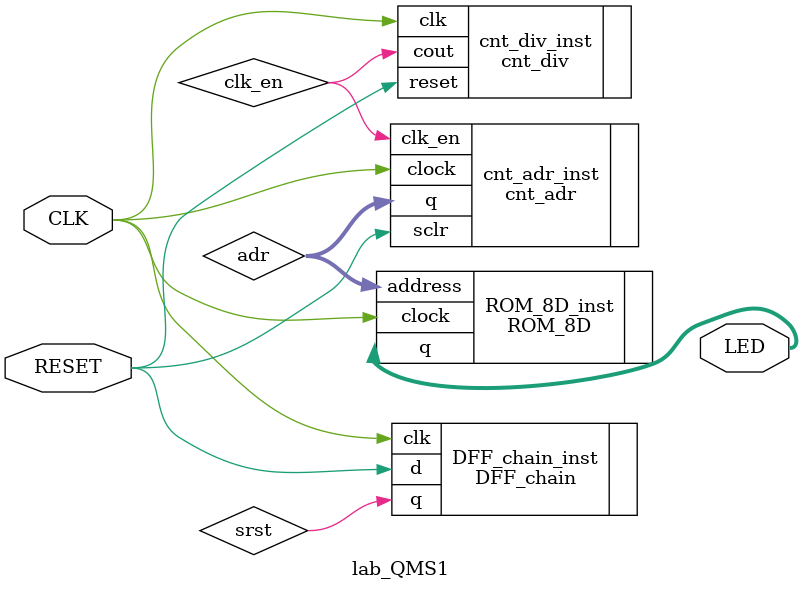
<source format=v>
module lab_QMS1 
#(parameter div_by = 25)
(input 		CLK, 
 input 		RESET,
 output  	[7:0] LED  );	

wire [4:0] adr;
wire clk_en;
wire srst;

DFF_chain DFF_chain_inst (
	.clk 		(CLK					),
	.d 		(RESET				),
	.q 		(srst					)
);

cnt_div #(div_by) cnt_div_inst ( 
	.clk 		(CLK					),
	.reset 	(RESET 				),
	.cout 	(clk_en				) 
);

cnt_adr	cnt_adr_inst (
	.clock 	( CLK 				),
	.sclr 	( RESET				),
	.clk_en 	( clk_en 			),
	.q 		( adr 				)
);	
				
ROM_8D	ROM_8D_inst (
	.clock 	( CLK 				),
	.address	( adr					),
	.q 		( LED 				)
);

endmodule


</source>
